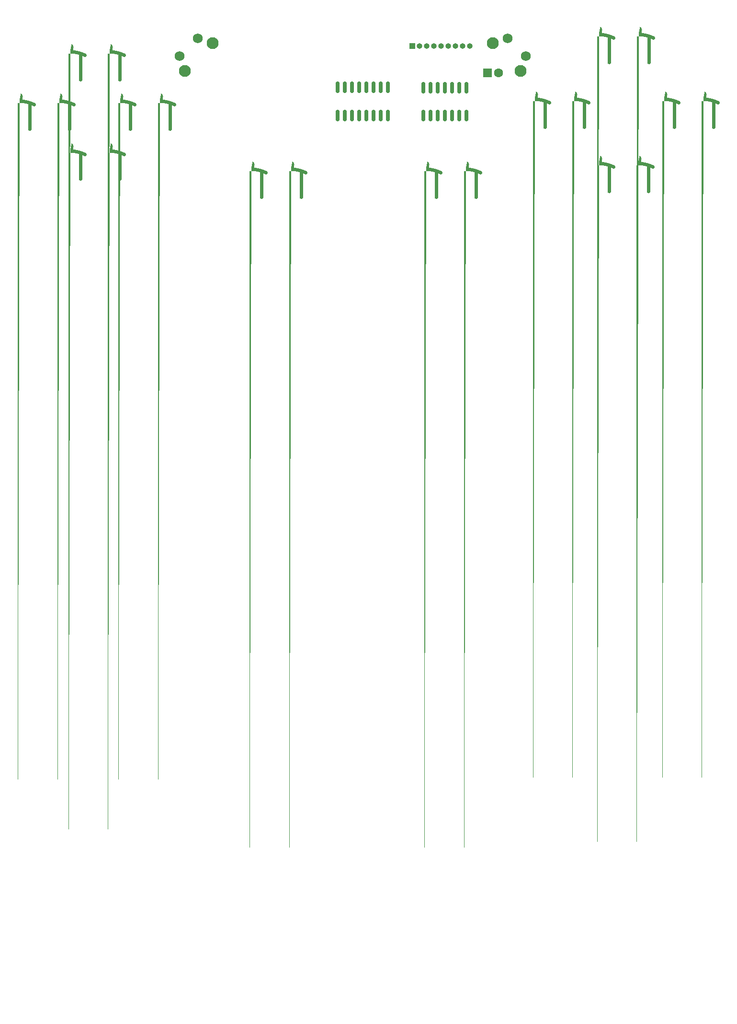
<source format=gbr>
%TF.GenerationSoftware,KiCad,Pcbnew,8.0.5*%
%TF.CreationDate,2026-02-16T11:04:40+00:00*%
%TF.ProjectId,CD32 pad,43443332-2070-4616-942e-6b696361645f,rev?*%
%TF.SameCoordinates,Original*%
%TF.FileFunction,Soldermask,Top*%
%TF.FilePolarity,Negative*%
%FSLAX46Y46*%
G04 Gerber Fmt 4.6, Leading zero omitted, Abs format (unit mm)*
G04 Created by KiCad (PCBNEW 8.0.5) date 2026-02-16 11:04:40*
%MOMM*%
%LPD*%
G01*
G04 APERTURE LIST*
G04 Aperture macros list*
%AMRoundRect*
0 Rectangle with rounded corners*
0 $1 Rounding radius*
0 $2 $3 $4 $5 $6 $7 $8 $9 X,Y pos of 4 corners*
0 Add a 4 corners polygon primitive as box body*
4,1,4,$2,$3,$4,$5,$6,$7,$8,$9,$2,$3,0*
0 Add four circle primitives for the rounded corners*
1,1,$1+$1,$2,$3*
1,1,$1+$1,$4,$5*
1,1,$1+$1,$6,$7*
1,1,$1+$1,$8,$9*
0 Add four rect primitives between the rounded corners*
20,1,$1+$1,$2,$3,$4,$5,0*
20,1,$1+$1,$4,$5,$6,$7,0*
20,1,$1+$1,$6,$7,$8,$9,0*
20,1,$1+$1,$8,$9,$2,$3,0*%
%AMFreePoly0*
4,1,112,0.210476,1.108134,0.334819,1.036344,0.436344,0.934819,0.508134,0.810476,0.545295,0.671789,0.550000,0.600000,0.550000,0.003100,0.912920,-0.037398,1.374502,-0.125110,1.828012,-0.247912,2.270786,-0.405082,2.700224,-0.595697,2.700225,-0.595697,2.776987,-0.649709,2.833303,-0.724799,2.863658,-0.813615,2.865081,-0.907465,2.837434,-0.997162,2.783422,-1.073924,2.708332,-1.130240,
2.619516,-1.160595,2.525666,-1.162018,2.435969,-1.134371,2.245559,-1.040965,2.100000,-0.982925,2.100000,-5.200000,2.097433,-5.239158,2.077164,-5.314805,2.038006,-5.382628,1.982628,-5.438006,1.914805,-5.477164,1.839158,-5.497433,1.760842,-5.497433,1.685195,-5.477164,1.617372,-5.438006,1.561994,-5.382628,1.522836,-5.314805,1.502567,-5.239158,1.500000,-5.200000,1.500000,-0.774045,
1.446675,-0.757388,1.033299,-0.662293,0.613855,-0.599132,0.190806,-0.568277,-0.233363,-0.569909,-0.300000,-0.575284,-0.300000,-5.600000,-0.302567,-5.639158,-0.322836,-5.714805,-0.361994,-5.782628,-0.417372,-5.838006,-0.485195,-5.877164,-0.560842,-5.897433,-0.639158,-5.897433,-0.714805,-5.877164,-0.782628,-5.838006,-0.838006,-5.782628,-0.877164,-5.714805,-0.897433,-5.639158,-0.900000,-5.600000,
-0.900000,-0.642656,-1.075108,-0.670404,-1.487739,-0.768677,-1.891633,-0.898261,-2.284418,-1.058393,-2.663787,-1.248134,-2.700000,-1.269861,-2.700000,-5.000000,-2.702567,-5.039158,-2.722836,-5.114805,-2.761994,-5.182628,-2.817372,-5.238006,-2.885195,-5.277164,-2.960842,-5.297433,-3.039158,-5.297433,-3.114805,-5.277164,-3.182628,-5.238006,-3.238006,-5.182628,-3.277164,-5.114805,-3.297433,-5.039158,
-3.300000,-5.000000,-3.300000,-1.100001,-3.298549,-1.077880,-3.298842,-1.073665,-3.298071,-1.070583,-3.297433,-1.060843,-3.277164,-0.985196,-3.276388,-0.983852,-3.276077,-0.982607,-3.270804,-0.974180,-3.238006,-0.917373,-3.230660,-0.910027,-3.226288,-0.903040,-3.210143,-0.889510,-3.182628,-0.861995,-3.165531,-0.852124,-3.154349,-0.842753,-2.742496,-0.616636,-2.314537,-0.422723,-1.872985,-0.262150,
-1.420433,-0.135863,-0.959540,-0.044602,-0.550000,0.004292,-0.550000,0.600000,-0.545295,0.671789,-0.508134,0.810476,-0.436344,0.934819,-0.334819,1.036344,-0.210476,1.108134,-0.071789,1.145295,0.071789,1.145295,0.210476,1.108134,0.210476,1.108134,$1*%
G04 Aperture macros list end*
%ADD10RoundRect,0.150000X-0.150000X0.825000X-0.150000X-0.825000X0.150000X-0.825000X0.150000X0.825000X0*%
%ADD11FreePoly0,90.000000*%
%ADD12FreePoly0,270.000000*%
%ADD13R,1.000000X1.000000*%
%ADD14O,1.000000X1.000000*%
%ADD15R,1.600000X1.600000*%
%ADD16C,1.600000*%
%ADD17C,2.100000*%
%ADD18C,1.750000*%
G04 APERTURE END LIST*
D10*
%TO.C,U2*%
X166370000Y-94975000D03*
X165100000Y-94975000D03*
X163830000Y-94975000D03*
X162560000Y-94975000D03*
X161290000Y-94975000D03*
X160020000Y-94975000D03*
X158750000Y-94975000D03*
X158750000Y-99925000D03*
X160020000Y-99925000D03*
X161290000Y-99925000D03*
X162560000Y-99925000D03*
X163830000Y-99925000D03*
X165100000Y-99925000D03*
X166370000Y-99925000D03*
%TD*%
D11*
%TO.C,SW8*%
X178425000Y-96761116D03*
D12*
X185425000Y-96761116D03*
%TD*%
D10*
%TO.C,U1*%
X152445000Y-94950000D03*
X151175000Y-94950000D03*
X149905000Y-94950000D03*
X148635000Y-94950000D03*
X147365000Y-94950000D03*
X146095000Y-94950000D03*
X144825000Y-94950000D03*
X143555000Y-94950000D03*
X143555000Y-99900000D03*
X144825000Y-99900000D03*
X146095000Y-99900000D03*
X147365000Y-99900000D03*
X148635000Y-99900000D03*
X149905000Y-99900000D03*
X151175000Y-99900000D03*
X152445000Y-99900000D03*
%TD*%
D13*
%TO.C,J1*%
X156750000Y-87650000D03*
D14*
X158020000Y-87650000D03*
X159290000Y-87650000D03*
X160560000Y-87650000D03*
X161830000Y-87650000D03*
X163100000Y-87650000D03*
X164370000Y-87650000D03*
X165640000Y-87650000D03*
X166910000Y-87650000D03*
%TD*%
D11*
%TO.C,SW12*%
X159250000Y-109163058D03*
D12*
X166250000Y-109163058D03*
%TD*%
%TO.C,SW1*%
X103300000Y-88413884D03*
D11*
X96300000Y-88413884D03*
%TD*%
D12*
%TO.C,SW2*%
X103300000Y-105913884D03*
D11*
X96300000Y-105913884D03*
%TD*%
%TO.C,SW7*%
X189800000Y-85386116D03*
D12*
X196800000Y-85386116D03*
%TD*%
%TO.C,SW3*%
X94350000Y-97163884D03*
D11*
X87350000Y-97163884D03*
%TD*%
%TO.C,SW4*%
X105150000Y-97136116D03*
D12*
X112150000Y-97136116D03*
%TD*%
%TO.C,SW11*%
X135350000Y-109177767D03*
D11*
X128350000Y-109177767D03*
%TD*%
%TO.C,SW6*%
X189775000Y-108136116D03*
D12*
X196775000Y-108136116D03*
%TD*%
D15*
%TO.C,C2*%
X170044888Y-92350000D03*
D16*
X172044888Y-92350000D03*
%TD*%
D12*
%TO.C,SW5*%
X208275000Y-96788884D03*
D11*
X201275000Y-96788884D03*
%TD*%
D17*
%TO.C,SW9*%
X175955169Y-92076560D03*
X170998350Y-87119742D03*
D18*
X176831981Y-89431981D03*
X173650000Y-86250000D03*
%TD*%
D17*
%TO.C,SW10*%
X121494579Y-87126812D03*
X116537761Y-92083631D03*
D18*
X118850000Y-86250000D03*
X115668019Y-89431981D03*
%TD*%
M02*

</source>
